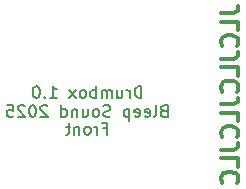
<source format=gbo>
G04 #@! TF.GenerationSoftware,KiCad,Pcbnew,8.0.6-8.0.6-0~ubuntu22.04.1*
G04 #@! TF.CreationDate,2025-02-02T12:48:29+01:00*
G04 #@! TF.ProjectId,Drumbox,4472756d-626f-4782-9e6b-696361645f70,rev?*
G04 #@! TF.SameCoordinates,Original*
G04 #@! TF.FileFunction,Legend,Bot*
G04 #@! TF.FilePolarity,Positive*
%FSLAX46Y46*%
G04 Gerber Fmt 4.6, Leading zero omitted, Abs format (unit mm)*
G04 Created by KiCad (PCBNEW 8.0.6-8.0.6-0~ubuntu22.04.1) date 2025-02-02 12:48:29*
%MOMM*%
%LPD*%
G01*
G04 APERTURE LIST*
%ADD10C,0.300000*%
%ADD11C,0.150000*%
%ADD12C,0.100000*%
%ADD13O,6.700000X4.200000*%
G04 APERTURE END LIST*
D10*
X206678328Y-133071428D02*
X207749757Y-133071428D01*
X207749757Y-133071428D02*
X207964042Y-132999999D01*
X207964042Y-132999999D02*
X208106900Y-132857142D01*
X208106900Y-132857142D02*
X208178328Y-132642856D01*
X208178328Y-132642856D02*
X208178328Y-132499999D01*
X208178328Y-134499999D02*
X208178328Y-133785713D01*
X208178328Y-133785713D02*
X206678328Y-133785713D01*
X208035471Y-135857142D02*
X208106900Y-135785714D01*
X208106900Y-135785714D02*
X208178328Y-135571428D01*
X208178328Y-135571428D02*
X208178328Y-135428571D01*
X208178328Y-135428571D02*
X208106900Y-135214285D01*
X208106900Y-135214285D02*
X207964042Y-135071428D01*
X207964042Y-135071428D02*
X207821185Y-134999999D01*
X207821185Y-134999999D02*
X207535471Y-134928571D01*
X207535471Y-134928571D02*
X207321185Y-134928571D01*
X207321185Y-134928571D02*
X207035471Y-134999999D01*
X207035471Y-134999999D02*
X206892614Y-135071428D01*
X206892614Y-135071428D02*
X206749757Y-135214285D01*
X206749757Y-135214285D02*
X206678328Y-135428571D01*
X206678328Y-135428571D02*
X206678328Y-135571428D01*
X206678328Y-135571428D02*
X206749757Y-135785714D01*
X206749757Y-135785714D02*
X206821185Y-135857142D01*
X206678328Y-136928571D02*
X207749757Y-136928571D01*
X207749757Y-136928571D02*
X207964042Y-136857142D01*
X207964042Y-136857142D02*
X208106900Y-136714285D01*
X208106900Y-136714285D02*
X208178328Y-136499999D01*
X208178328Y-136499999D02*
X208178328Y-136357142D01*
X208178328Y-138357142D02*
X208178328Y-137642856D01*
X208178328Y-137642856D02*
X206678328Y-137642856D01*
X208035471Y-139714285D02*
X208106900Y-139642857D01*
X208106900Y-139642857D02*
X208178328Y-139428571D01*
X208178328Y-139428571D02*
X208178328Y-139285714D01*
X208178328Y-139285714D02*
X208106900Y-139071428D01*
X208106900Y-139071428D02*
X207964042Y-138928571D01*
X207964042Y-138928571D02*
X207821185Y-138857142D01*
X207821185Y-138857142D02*
X207535471Y-138785714D01*
X207535471Y-138785714D02*
X207321185Y-138785714D01*
X207321185Y-138785714D02*
X207035471Y-138857142D01*
X207035471Y-138857142D02*
X206892614Y-138928571D01*
X206892614Y-138928571D02*
X206749757Y-139071428D01*
X206749757Y-139071428D02*
X206678328Y-139285714D01*
X206678328Y-139285714D02*
X206678328Y-139428571D01*
X206678328Y-139428571D02*
X206749757Y-139642857D01*
X206749757Y-139642857D02*
X206821185Y-139714285D01*
X206678328Y-140785714D02*
X207749757Y-140785714D01*
X207749757Y-140785714D02*
X207964042Y-140714285D01*
X207964042Y-140714285D02*
X208106900Y-140571428D01*
X208106900Y-140571428D02*
X208178328Y-140357142D01*
X208178328Y-140357142D02*
X208178328Y-140214285D01*
X208178328Y-142214285D02*
X208178328Y-141499999D01*
X208178328Y-141499999D02*
X206678328Y-141499999D01*
X208035471Y-143571428D02*
X208106900Y-143500000D01*
X208106900Y-143500000D02*
X208178328Y-143285714D01*
X208178328Y-143285714D02*
X208178328Y-143142857D01*
X208178328Y-143142857D02*
X208106900Y-142928571D01*
X208106900Y-142928571D02*
X207964042Y-142785714D01*
X207964042Y-142785714D02*
X207821185Y-142714285D01*
X207821185Y-142714285D02*
X207535471Y-142642857D01*
X207535471Y-142642857D02*
X207321185Y-142642857D01*
X207321185Y-142642857D02*
X207035471Y-142714285D01*
X207035471Y-142714285D02*
X206892614Y-142785714D01*
X206892614Y-142785714D02*
X206749757Y-142928571D01*
X206749757Y-142928571D02*
X206678328Y-143142857D01*
X206678328Y-143142857D02*
X206678328Y-143285714D01*
X206678328Y-143285714D02*
X206749757Y-143500000D01*
X206749757Y-143500000D02*
X206821185Y-143571428D01*
X206678328Y-144642857D02*
X207749757Y-144642857D01*
X207749757Y-144642857D02*
X207964042Y-144571428D01*
X207964042Y-144571428D02*
X208106900Y-144428571D01*
X208106900Y-144428571D02*
X208178328Y-144214285D01*
X208178328Y-144214285D02*
X208178328Y-144071428D01*
X208178328Y-146071428D02*
X208178328Y-145357142D01*
X208178328Y-145357142D02*
X206678328Y-145357142D01*
X208035471Y-147428571D02*
X208106900Y-147357143D01*
X208106900Y-147357143D02*
X208178328Y-147142857D01*
X208178328Y-147142857D02*
X208178328Y-147000000D01*
X208178328Y-147000000D02*
X208106900Y-146785714D01*
X208106900Y-146785714D02*
X207964042Y-146642857D01*
X207964042Y-146642857D02*
X207821185Y-146571428D01*
X207821185Y-146571428D02*
X207535471Y-146500000D01*
X207535471Y-146500000D02*
X207321185Y-146500000D01*
X207321185Y-146500000D02*
X207035471Y-146571428D01*
X207035471Y-146571428D02*
X206892614Y-146642857D01*
X206892614Y-146642857D02*
X206749757Y-146785714D01*
X206749757Y-146785714D02*
X206678328Y-147000000D01*
X206678328Y-147000000D02*
X206678328Y-147142857D01*
X206678328Y-147142857D02*
X206749757Y-147357143D01*
X206749757Y-147357143D02*
X206821185Y-147428571D01*
D11*
X199971428Y-140249847D02*
X199971428Y-139249847D01*
X199971428Y-139249847D02*
X199733333Y-139249847D01*
X199733333Y-139249847D02*
X199590476Y-139297466D01*
X199590476Y-139297466D02*
X199495238Y-139392704D01*
X199495238Y-139392704D02*
X199447619Y-139487942D01*
X199447619Y-139487942D02*
X199400000Y-139678418D01*
X199400000Y-139678418D02*
X199400000Y-139821275D01*
X199400000Y-139821275D02*
X199447619Y-140011751D01*
X199447619Y-140011751D02*
X199495238Y-140106989D01*
X199495238Y-140106989D02*
X199590476Y-140202228D01*
X199590476Y-140202228D02*
X199733333Y-140249847D01*
X199733333Y-140249847D02*
X199971428Y-140249847D01*
X198971428Y-140249847D02*
X198971428Y-139583180D01*
X198971428Y-139773656D02*
X198923809Y-139678418D01*
X198923809Y-139678418D02*
X198876190Y-139630799D01*
X198876190Y-139630799D02*
X198780952Y-139583180D01*
X198780952Y-139583180D02*
X198685714Y-139583180D01*
X197923809Y-139583180D02*
X197923809Y-140249847D01*
X198352380Y-139583180D02*
X198352380Y-140106989D01*
X198352380Y-140106989D02*
X198304761Y-140202228D01*
X198304761Y-140202228D02*
X198209523Y-140249847D01*
X198209523Y-140249847D02*
X198066666Y-140249847D01*
X198066666Y-140249847D02*
X197971428Y-140202228D01*
X197971428Y-140202228D02*
X197923809Y-140154608D01*
X197447618Y-140249847D02*
X197447618Y-139583180D01*
X197447618Y-139678418D02*
X197399999Y-139630799D01*
X197399999Y-139630799D02*
X197304761Y-139583180D01*
X197304761Y-139583180D02*
X197161904Y-139583180D01*
X197161904Y-139583180D02*
X197066666Y-139630799D01*
X197066666Y-139630799D02*
X197019047Y-139726037D01*
X197019047Y-139726037D02*
X197019047Y-140249847D01*
X197019047Y-139726037D02*
X196971428Y-139630799D01*
X196971428Y-139630799D02*
X196876190Y-139583180D01*
X196876190Y-139583180D02*
X196733333Y-139583180D01*
X196733333Y-139583180D02*
X196638094Y-139630799D01*
X196638094Y-139630799D02*
X196590475Y-139726037D01*
X196590475Y-139726037D02*
X196590475Y-140249847D01*
X196114285Y-140249847D02*
X196114285Y-139249847D01*
X196114285Y-139630799D02*
X196019047Y-139583180D01*
X196019047Y-139583180D02*
X195828571Y-139583180D01*
X195828571Y-139583180D02*
X195733333Y-139630799D01*
X195733333Y-139630799D02*
X195685714Y-139678418D01*
X195685714Y-139678418D02*
X195638095Y-139773656D01*
X195638095Y-139773656D02*
X195638095Y-140059370D01*
X195638095Y-140059370D02*
X195685714Y-140154608D01*
X195685714Y-140154608D02*
X195733333Y-140202228D01*
X195733333Y-140202228D02*
X195828571Y-140249847D01*
X195828571Y-140249847D02*
X196019047Y-140249847D01*
X196019047Y-140249847D02*
X196114285Y-140202228D01*
X195066666Y-140249847D02*
X195161904Y-140202228D01*
X195161904Y-140202228D02*
X195209523Y-140154608D01*
X195209523Y-140154608D02*
X195257142Y-140059370D01*
X195257142Y-140059370D02*
X195257142Y-139773656D01*
X195257142Y-139773656D02*
X195209523Y-139678418D01*
X195209523Y-139678418D02*
X195161904Y-139630799D01*
X195161904Y-139630799D02*
X195066666Y-139583180D01*
X195066666Y-139583180D02*
X194923809Y-139583180D01*
X194923809Y-139583180D02*
X194828571Y-139630799D01*
X194828571Y-139630799D02*
X194780952Y-139678418D01*
X194780952Y-139678418D02*
X194733333Y-139773656D01*
X194733333Y-139773656D02*
X194733333Y-140059370D01*
X194733333Y-140059370D02*
X194780952Y-140154608D01*
X194780952Y-140154608D02*
X194828571Y-140202228D01*
X194828571Y-140202228D02*
X194923809Y-140249847D01*
X194923809Y-140249847D02*
X195066666Y-140249847D01*
X194399999Y-140249847D02*
X193876190Y-139583180D01*
X194399999Y-139583180D02*
X193876190Y-140249847D01*
X192209523Y-140249847D02*
X192780951Y-140249847D01*
X192495237Y-140249847D02*
X192495237Y-139249847D01*
X192495237Y-139249847D02*
X192590475Y-139392704D01*
X192590475Y-139392704D02*
X192685713Y-139487942D01*
X192685713Y-139487942D02*
X192780951Y-139535561D01*
X191780951Y-140154608D02*
X191733332Y-140202228D01*
X191733332Y-140202228D02*
X191780951Y-140249847D01*
X191780951Y-140249847D02*
X191828570Y-140202228D01*
X191828570Y-140202228D02*
X191780951Y-140154608D01*
X191780951Y-140154608D02*
X191780951Y-140249847D01*
X191114285Y-139249847D02*
X191019047Y-139249847D01*
X191019047Y-139249847D02*
X190923809Y-139297466D01*
X190923809Y-139297466D02*
X190876190Y-139345085D01*
X190876190Y-139345085D02*
X190828571Y-139440323D01*
X190828571Y-139440323D02*
X190780952Y-139630799D01*
X190780952Y-139630799D02*
X190780952Y-139868894D01*
X190780952Y-139868894D02*
X190828571Y-140059370D01*
X190828571Y-140059370D02*
X190876190Y-140154608D01*
X190876190Y-140154608D02*
X190923809Y-140202228D01*
X190923809Y-140202228D02*
X191019047Y-140249847D01*
X191019047Y-140249847D02*
X191114285Y-140249847D01*
X191114285Y-140249847D02*
X191209523Y-140202228D01*
X191209523Y-140202228D02*
X191257142Y-140154608D01*
X191257142Y-140154608D02*
X191304761Y-140059370D01*
X191304761Y-140059370D02*
X191352380Y-139868894D01*
X191352380Y-139868894D02*
X191352380Y-139630799D01*
X191352380Y-139630799D02*
X191304761Y-139440323D01*
X191304761Y-139440323D02*
X191257142Y-139345085D01*
X191257142Y-139345085D02*
X191209523Y-139297466D01*
X191209523Y-139297466D02*
X191114285Y-139249847D01*
X201852381Y-141335981D02*
X201709524Y-141383600D01*
X201709524Y-141383600D02*
X201661905Y-141431219D01*
X201661905Y-141431219D02*
X201614286Y-141526457D01*
X201614286Y-141526457D02*
X201614286Y-141669314D01*
X201614286Y-141669314D02*
X201661905Y-141764552D01*
X201661905Y-141764552D02*
X201709524Y-141812172D01*
X201709524Y-141812172D02*
X201804762Y-141859791D01*
X201804762Y-141859791D02*
X202185714Y-141859791D01*
X202185714Y-141859791D02*
X202185714Y-140859791D01*
X202185714Y-140859791D02*
X201852381Y-140859791D01*
X201852381Y-140859791D02*
X201757143Y-140907410D01*
X201757143Y-140907410D02*
X201709524Y-140955029D01*
X201709524Y-140955029D02*
X201661905Y-141050267D01*
X201661905Y-141050267D02*
X201661905Y-141145505D01*
X201661905Y-141145505D02*
X201709524Y-141240743D01*
X201709524Y-141240743D02*
X201757143Y-141288362D01*
X201757143Y-141288362D02*
X201852381Y-141335981D01*
X201852381Y-141335981D02*
X202185714Y-141335981D01*
X201042857Y-141859791D02*
X201138095Y-141812172D01*
X201138095Y-141812172D02*
X201185714Y-141716933D01*
X201185714Y-141716933D02*
X201185714Y-140859791D01*
X200280952Y-141812172D02*
X200376190Y-141859791D01*
X200376190Y-141859791D02*
X200566666Y-141859791D01*
X200566666Y-141859791D02*
X200661904Y-141812172D01*
X200661904Y-141812172D02*
X200709523Y-141716933D01*
X200709523Y-141716933D02*
X200709523Y-141335981D01*
X200709523Y-141335981D02*
X200661904Y-141240743D01*
X200661904Y-141240743D02*
X200566666Y-141193124D01*
X200566666Y-141193124D02*
X200376190Y-141193124D01*
X200376190Y-141193124D02*
X200280952Y-141240743D01*
X200280952Y-141240743D02*
X200233333Y-141335981D01*
X200233333Y-141335981D02*
X200233333Y-141431219D01*
X200233333Y-141431219D02*
X200709523Y-141526457D01*
X199423809Y-141812172D02*
X199519047Y-141859791D01*
X199519047Y-141859791D02*
X199709523Y-141859791D01*
X199709523Y-141859791D02*
X199804761Y-141812172D01*
X199804761Y-141812172D02*
X199852380Y-141716933D01*
X199852380Y-141716933D02*
X199852380Y-141335981D01*
X199852380Y-141335981D02*
X199804761Y-141240743D01*
X199804761Y-141240743D02*
X199709523Y-141193124D01*
X199709523Y-141193124D02*
X199519047Y-141193124D01*
X199519047Y-141193124D02*
X199423809Y-141240743D01*
X199423809Y-141240743D02*
X199376190Y-141335981D01*
X199376190Y-141335981D02*
X199376190Y-141431219D01*
X199376190Y-141431219D02*
X199852380Y-141526457D01*
X198947618Y-141193124D02*
X198947618Y-142193124D01*
X198947618Y-141240743D02*
X198852380Y-141193124D01*
X198852380Y-141193124D02*
X198661904Y-141193124D01*
X198661904Y-141193124D02*
X198566666Y-141240743D01*
X198566666Y-141240743D02*
X198519047Y-141288362D01*
X198519047Y-141288362D02*
X198471428Y-141383600D01*
X198471428Y-141383600D02*
X198471428Y-141669314D01*
X198471428Y-141669314D02*
X198519047Y-141764552D01*
X198519047Y-141764552D02*
X198566666Y-141812172D01*
X198566666Y-141812172D02*
X198661904Y-141859791D01*
X198661904Y-141859791D02*
X198852380Y-141859791D01*
X198852380Y-141859791D02*
X198947618Y-141812172D01*
X197328570Y-141812172D02*
X197185713Y-141859791D01*
X197185713Y-141859791D02*
X196947618Y-141859791D01*
X196947618Y-141859791D02*
X196852380Y-141812172D01*
X196852380Y-141812172D02*
X196804761Y-141764552D01*
X196804761Y-141764552D02*
X196757142Y-141669314D01*
X196757142Y-141669314D02*
X196757142Y-141574076D01*
X196757142Y-141574076D02*
X196804761Y-141478838D01*
X196804761Y-141478838D02*
X196852380Y-141431219D01*
X196852380Y-141431219D02*
X196947618Y-141383600D01*
X196947618Y-141383600D02*
X197138094Y-141335981D01*
X197138094Y-141335981D02*
X197233332Y-141288362D01*
X197233332Y-141288362D02*
X197280951Y-141240743D01*
X197280951Y-141240743D02*
X197328570Y-141145505D01*
X197328570Y-141145505D02*
X197328570Y-141050267D01*
X197328570Y-141050267D02*
X197280951Y-140955029D01*
X197280951Y-140955029D02*
X197233332Y-140907410D01*
X197233332Y-140907410D02*
X197138094Y-140859791D01*
X197138094Y-140859791D02*
X196899999Y-140859791D01*
X196899999Y-140859791D02*
X196757142Y-140907410D01*
X196185713Y-141859791D02*
X196280951Y-141812172D01*
X196280951Y-141812172D02*
X196328570Y-141764552D01*
X196328570Y-141764552D02*
X196376189Y-141669314D01*
X196376189Y-141669314D02*
X196376189Y-141383600D01*
X196376189Y-141383600D02*
X196328570Y-141288362D01*
X196328570Y-141288362D02*
X196280951Y-141240743D01*
X196280951Y-141240743D02*
X196185713Y-141193124D01*
X196185713Y-141193124D02*
X196042856Y-141193124D01*
X196042856Y-141193124D02*
X195947618Y-141240743D01*
X195947618Y-141240743D02*
X195899999Y-141288362D01*
X195899999Y-141288362D02*
X195852380Y-141383600D01*
X195852380Y-141383600D02*
X195852380Y-141669314D01*
X195852380Y-141669314D02*
X195899999Y-141764552D01*
X195899999Y-141764552D02*
X195947618Y-141812172D01*
X195947618Y-141812172D02*
X196042856Y-141859791D01*
X196042856Y-141859791D02*
X196185713Y-141859791D01*
X194995237Y-141193124D02*
X194995237Y-141859791D01*
X195423808Y-141193124D02*
X195423808Y-141716933D01*
X195423808Y-141716933D02*
X195376189Y-141812172D01*
X195376189Y-141812172D02*
X195280951Y-141859791D01*
X195280951Y-141859791D02*
X195138094Y-141859791D01*
X195138094Y-141859791D02*
X195042856Y-141812172D01*
X195042856Y-141812172D02*
X194995237Y-141764552D01*
X194519046Y-141193124D02*
X194519046Y-141859791D01*
X194519046Y-141288362D02*
X194471427Y-141240743D01*
X194471427Y-141240743D02*
X194376189Y-141193124D01*
X194376189Y-141193124D02*
X194233332Y-141193124D01*
X194233332Y-141193124D02*
X194138094Y-141240743D01*
X194138094Y-141240743D02*
X194090475Y-141335981D01*
X194090475Y-141335981D02*
X194090475Y-141859791D01*
X193185713Y-141859791D02*
X193185713Y-140859791D01*
X193185713Y-141812172D02*
X193280951Y-141859791D01*
X193280951Y-141859791D02*
X193471427Y-141859791D01*
X193471427Y-141859791D02*
X193566665Y-141812172D01*
X193566665Y-141812172D02*
X193614284Y-141764552D01*
X193614284Y-141764552D02*
X193661903Y-141669314D01*
X193661903Y-141669314D02*
X193661903Y-141383600D01*
X193661903Y-141383600D02*
X193614284Y-141288362D01*
X193614284Y-141288362D02*
X193566665Y-141240743D01*
X193566665Y-141240743D02*
X193471427Y-141193124D01*
X193471427Y-141193124D02*
X193280951Y-141193124D01*
X193280951Y-141193124D02*
X193185713Y-141240743D01*
X191995236Y-140955029D02*
X191947617Y-140907410D01*
X191947617Y-140907410D02*
X191852379Y-140859791D01*
X191852379Y-140859791D02*
X191614284Y-140859791D01*
X191614284Y-140859791D02*
X191519046Y-140907410D01*
X191519046Y-140907410D02*
X191471427Y-140955029D01*
X191471427Y-140955029D02*
X191423808Y-141050267D01*
X191423808Y-141050267D02*
X191423808Y-141145505D01*
X191423808Y-141145505D02*
X191471427Y-141288362D01*
X191471427Y-141288362D02*
X192042855Y-141859791D01*
X192042855Y-141859791D02*
X191423808Y-141859791D01*
X190804760Y-140859791D02*
X190709522Y-140859791D01*
X190709522Y-140859791D02*
X190614284Y-140907410D01*
X190614284Y-140907410D02*
X190566665Y-140955029D01*
X190566665Y-140955029D02*
X190519046Y-141050267D01*
X190519046Y-141050267D02*
X190471427Y-141240743D01*
X190471427Y-141240743D02*
X190471427Y-141478838D01*
X190471427Y-141478838D02*
X190519046Y-141669314D01*
X190519046Y-141669314D02*
X190566665Y-141764552D01*
X190566665Y-141764552D02*
X190614284Y-141812172D01*
X190614284Y-141812172D02*
X190709522Y-141859791D01*
X190709522Y-141859791D02*
X190804760Y-141859791D01*
X190804760Y-141859791D02*
X190899998Y-141812172D01*
X190899998Y-141812172D02*
X190947617Y-141764552D01*
X190947617Y-141764552D02*
X190995236Y-141669314D01*
X190995236Y-141669314D02*
X191042855Y-141478838D01*
X191042855Y-141478838D02*
X191042855Y-141240743D01*
X191042855Y-141240743D02*
X190995236Y-141050267D01*
X190995236Y-141050267D02*
X190947617Y-140955029D01*
X190947617Y-140955029D02*
X190899998Y-140907410D01*
X190899998Y-140907410D02*
X190804760Y-140859791D01*
X190090474Y-140955029D02*
X190042855Y-140907410D01*
X190042855Y-140907410D02*
X189947617Y-140859791D01*
X189947617Y-140859791D02*
X189709522Y-140859791D01*
X189709522Y-140859791D02*
X189614284Y-140907410D01*
X189614284Y-140907410D02*
X189566665Y-140955029D01*
X189566665Y-140955029D02*
X189519046Y-141050267D01*
X189519046Y-141050267D02*
X189519046Y-141145505D01*
X189519046Y-141145505D02*
X189566665Y-141288362D01*
X189566665Y-141288362D02*
X190138093Y-141859791D01*
X190138093Y-141859791D02*
X189519046Y-141859791D01*
X188614284Y-140859791D02*
X189090474Y-140859791D01*
X189090474Y-140859791D02*
X189138093Y-141335981D01*
X189138093Y-141335981D02*
X189090474Y-141288362D01*
X189090474Y-141288362D02*
X188995236Y-141240743D01*
X188995236Y-141240743D02*
X188757141Y-141240743D01*
X188757141Y-141240743D02*
X188661903Y-141288362D01*
X188661903Y-141288362D02*
X188614284Y-141335981D01*
X188614284Y-141335981D02*
X188566665Y-141431219D01*
X188566665Y-141431219D02*
X188566665Y-141669314D01*
X188566665Y-141669314D02*
X188614284Y-141764552D01*
X188614284Y-141764552D02*
X188661903Y-141812172D01*
X188661903Y-141812172D02*
X188757141Y-141859791D01*
X188757141Y-141859791D02*
X188995236Y-141859791D01*
X188995236Y-141859791D02*
X189090474Y-141812172D01*
X189090474Y-141812172D02*
X189138093Y-141764552D01*
X196757143Y-142831009D02*
X197090476Y-142831009D01*
X197090476Y-143354819D02*
X197090476Y-142354819D01*
X197090476Y-142354819D02*
X196614286Y-142354819D01*
X196233333Y-143354819D02*
X196233333Y-142688152D01*
X196233333Y-142878628D02*
X196185714Y-142783390D01*
X196185714Y-142783390D02*
X196138095Y-142735771D01*
X196138095Y-142735771D02*
X196042857Y-142688152D01*
X196042857Y-142688152D02*
X195947619Y-142688152D01*
X195471428Y-143354819D02*
X195566666Y-143307200D01*
X195566666Y-143307200D02*
X195614285Y-143259580D01*
X195614285Y-143259580D02*
X195661904Y-143164342D01*
X195661904Y-143164342D02*
X195661904Y-142878628D01*
X195661904Y-142878628D02*
X195614285Y-142783390D01*
X195614285Y-142783390D02*
X195566666Y-142735771D01*
X195566666Y-142735771D02*
X195471428Y-142688152D01*
X195471428Y-142688152D02*
X195328571Y-142688152D01*
X195328571Y-142688152D02*
X195233333Y-142735771D01*
X195233333Y-142735771D02*
X195185714Y-142783390D01*
X195185714Y-142783390D02*
X195138095Y-142878628D01*
X195138095Y-142878628D02*
X195138095Y-143164342D01*
X195138095Y-143164342D02*
X195185714Y-143259580D01*
X195185714Y-143259580D02*
X195233333Y-143307200D01*
X195233333Y-143307200D02*
X195328571Y-143354819D01*
X195328571Y-143354819D02*
X195471428Y-143354819D01*
X194709523Y-142688152D02*
X194709523Y-143354819D01*
X194709523Y-142783390D02*
X194661904Y-142735771D01*
X194661904Y-142735771D02*
X194566666Y-142688152D01*
X194566666Y-142688152D02*
X194423809Y-142688152D01*
X194423809Y-142688152D02*
X194328571Y-142735771D01*
X194328571Y-142735771D02*
X194280952Y-142831009D01*
X194280952Y-142831009D02*
X194280952Y-143354819D01*
X193947618Y-142688152D02*
X193566666Y-142688152D01*
X193804761Y-142354819D02*
X193804761Y-143211961D01*
X193804761Y-143211961D02*
X193757142Y-143307200D01*
X193757142Y-143307200D02*
X193661904Y-143354819D01*
X193661904Y-143354819D02*
X193566666Y-143354819D01*
%LPC*%
D12*
X186100000Y-42600000D02*
X181500000Y-42600000D01*
X181500000Y-38000000D01*
X186100000Y-38000000D01*
X186100000Y-42600000D01*
G36*
X186100000Y-42600000D02*
G01*
X181500000Y-42600000D01*
X181500000Y-38000000D01*
X186100000Y-38000000D01*
X186100000Y-42600000D01*
G37*
X186150000Y-139600000D02*
X181550000Y-139600000D01*
X181550000Y-135000000D01*
X186150000Y-135000000D01*
X186150000Y-139600000D01*
G36*
X186150000Y-139600000D02*
G01*
X181550000Y-139600000D01*
X181550000Y-135000000D01*
X186150000Y-135000000D01*
X186150000Y-139600000D01*
G37*
X186150000Y-82600000D02*
X181550000Y-82600000D01*
X181550000Y-78000000D01*
X186150000Y-78000000D01*
X186150000Y-82600000D01*
G36*
X186150000Y-82600000D02*
G01*
X181550000Y-82600000D01*
X181550000Y-78000000D01*
X186150000Y-78000000D01*
X186150000Y-82600000D01*
G37*
X186150000Y-62600000D02*
X181550000Y-62600000D01*
X181550000Y-58000000D01*
X186150000Y-58000000D01*
X186150000Y-62600000D01*
G36*
X186150000Y-62600000D02*
G01*
X181550000Y-62600000D01*
X181550000Y-58000000D01*
X186150000Y-58000000D01*
X186150000Y-62600000D01*
G37*
X186150000Y-122600000D02*
X181550000Y-122600000D01*
X181550000Y-118000000D01*
X186150000Y-118000000D01*
X186150000Y-122600000D01*
G36*
X186150000Y-122600000D02*
G01*
X181550000Y-122600000D01*
X181550000Y-118000000D01*
X186150000Y-118000000D01*
X186150000Y-122600000D01*
G37*
X186150000Y-102600000D02*
X181550000Y-102600000D01*
X181550000Y-98000000D01*
X186150000Y-98000000D01*
X186150000Y-102600000D01*
G36*
X186150000Y-102600000D02*
G01*
X181550000Y-102600000D01*
X181550000Y-98000000D01*
X186150000Y-98000000D01*
X186150000Y-102600000D01*
G37*
D13*
X177400000Y-27800000D03*
X213400000Y-27800000D03*
X177400000Y-150300000D03*
X213400000Y-150300000D03*
%LPD*%
M02*

</source>
